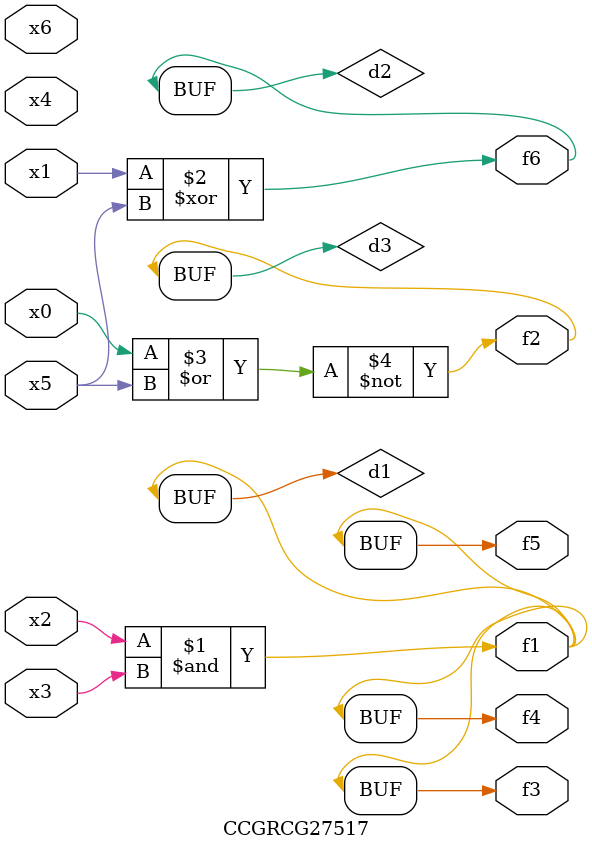
<source format=v>
module CCGRCG27517(
	input x0, x1, x2, x3, x4, x5, x6,
	output f1, f2, f3, f4, f5, f6
);

	wire d1, d2, d3;

	and (d1, x2, x3);
	xor (d2, x1, x5);
	nor (d3, x0, x5);
	assign f1 = d1;
	assign f2 = d3;
	assign f3 = d1;
	assign f4 = d1;
	assign f5 = d1;
	assign f6 = d2;
endmodule

</source>
